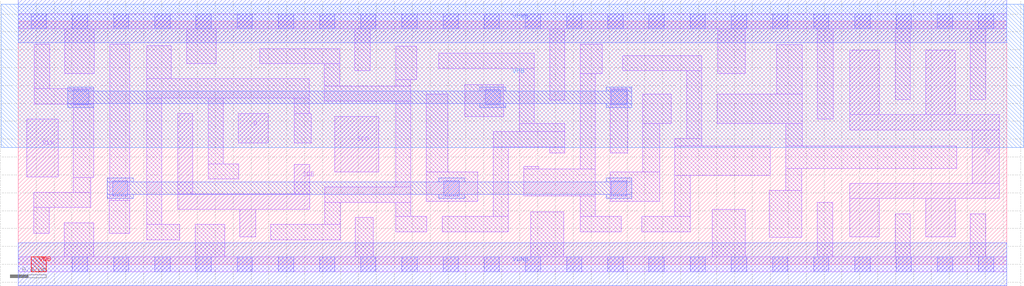
<source format=lef>
# Copyright 2020 The SkyWater PDK Authors
#
# Licensed under the Apache License, Version 2.0 (the "License");
# you may not use this file except in compliance with the License.
# You may obtain a copy of the License at
#
#     https://www.apache.org/licenses/LICENSE-2.0
#
# Unless required by applicable law or agreed to in writing, software
# distributed under the License is distributed on an "AS IS" BASIS,
# WITHOUT WARRANTIES OR CONDITIONS OF ANY KIND, either express or implied.
# See the License for the specific language governing permissions and
# limitations under the License.
#
# SPDX-License-Identifier: Apache-2.0

VERSION 5.7 ;
  NOWIREEXTENSIONATPIN ON ;
  DIVIDERCHAR "/" ;
  BUSBITCHARS "[]" ;
MACRO sky130_fd_sc_hd__sdfxtp_4
  CLASS CORE ;
  FOREIGN sky130_fd_sc_hd__sdfxtp_4 ;
  ORIGIN  0.000000  0.000000 ;
  SIZE  11.04000 BY  2.720000 ;
  SYMMETRY X Y R90 ;
  SITE unithd ;
  PIN D
    ANTENNAGATEAREA  0.159000 ;
    DIRECTION INPUT ;
    USE SIGNAL ;
    PORT
      LAYER li1 ;
        RECT 2.460000 1.355000 2.795000 1.685000 ;
    END
  END D
  PIN Q
    ANTENNADIFFAREA  0.891000 ;
    DIRECTION OUTPUT ;
    USE SIGNAL ;
    PORT
      LAYER li1 ;
        RECT  9.285000 0.305000  9.615000 0.735000 ;
        RECT  9.285000 0.735000 10.955000 0.905000 ;
        RECT  9.285000 1.505000 10.955000 1.675000 ;
        RECT  9.285000 1.675000  9.615000 2.395000 ;
        RECT 10.135000 0.305000 10.465000 0.735000 ;
        RECT 10.135000 1.675000 10.465000 2.395000 ;
        RECT 10.655000 0.905000 10.955000 1.505000 ;
    END
  END Q
  PIN SCD
    ANTENNAGATEAREA  0.159000 ;
    DIRECTION INPUT ;
    USE SIGNAL ;
    PORT
      LAYER li1 ;
        RECT 3.535000 1.035000 4.025000 1.655000 ;
    END
  END SCD
  PIN SCE
    ANTENNAGATEAREA  0.318000 ;
    DIRECTION INPUT ;
    USE SIGNAL ;
    PORT
      LAYER li1 ;
        RECT 1.780000 0.615000 3.255000 0.785000 ;
        RECT 1.780000 0.785000 1.950000 1.685000 ;
        RECT 2.475000 0.305000 2.650000 0.615000 ;
        RECT 3.085000 0.785000 3.255000 1.115000 ;
    END
  END SCE
  PIN VNB
    PORT
      LAYER pwell ;
        RECT 0.145000 -0.085000 0.315000 0.085000 ;
    END
  END VNB
  PIN VPB
    PORT
      LAYER nwell ;
        RECT -0.190000 1.305000 11.230000 2.910000 ;
    END
  END VPB
  PIN CLK
    ANTENNAGATEAREA  0.159000 ;
    DIRECTION INPUT ;
    USE CLOCK ;
    PORT
      LAYER li1 ;
        RECT 0.095000 0.975000 0.445000 1.625000 ;
    END
  END CLK
  PIN VGND
    DIRECTION INOUT ;
    SHAPE ABUTMENT ;
    USE GROUND ;
    PORT
      LAYER met1 ;
        RECT 0.000000 -0.240000 11.040000 0.240000 ;
    END
  END VGND
  PIN VPWR
    DIRECTION INOUT ;
    SHAPE ABUTMENT ;
    USE POWER ;
    PORT
      LAYER met1 ;
        RECT 0.000000 2.480000 11.040000 2.960000 ;
    END
  END VPWR
  OBS
    LAYER li1 ;
      RECT  0.000000 -0.085000 11.040000 0.085000 ;
      RECT  0.000000  2.635000 11.040000 2.805000 ;
      RECT  0.175000  0.345000  0.345000 0.635000 ;
      RECT  0.175000  0.635000  0.810000 0.805000 ;
      RECT  0.180000  1.795000  0.845000 1.965000 ;
      RECT  0.180000  1.965000  0.350000 2.465000 ;
      RECT  0.515000  0.085000  0.845000 0.465000 ;
      RECT  0.520000  2.135000  0.850000 2.635000 ;
      RECT  0.615000  0.805000  0.810000 0.970000 ;
      RECT  0.615000  0.970000  0.845000 1.795000 ;
      RECT  1.015000  0.345000  1.245000 0.715000 ;
      RECT  1.020000  0.715000  1.245000 2.465000 ;
      RECT  1.435000  0.275000  1.805000 0.445000 ;
      RECT  1.435000  0.445000  1.605000 1.860000 ;
      RECT  1.435000  1.860000  3.250000 2.075000 ;
      RECT  1.435000  2.075000  1.710000 2.445000 ;
      RECT  1.880000  2.245000  2.210000 2.635000 ;
      RECT  1.975000  0.085000  2.305000 0.445000 ;
      RECT  2.120000  0.955000  2.465000 1.125000 ;
      RECT  2.120000  1.125000  2.290000 1.860000 ;
      RECT  2.695000  2.245000  3.590000 2.415000 ;
      RECT  2.820000  0.275000  3.595000 0.445000 ;
      RECT  3.080000  1.355000  3.275000 1.685000 ;
      RECT  3.080000  1.685000  3.250000 1.860000 ;
      RECT  3.420000  1.825000  4.385000 1.995000 ;
      RECT  3.420000  1.995000  3.590000 2.245000 ;
      RECT  3.425000  0.445000  3.595000 0.695000 ;
      RECT  3.425000  0.695000  4.385000 0.865000 ;
      RECT  3.760000  2.165000  3.930000 2.635000 ;
      RECT  3.765000  0.085000  3.965000 0.525000 ;
      RECT  4.215000  0.365000  4.565000 0.535000 ;
      RECT  4.215000  0.535000  4.385000 0.695000 ;
      RECT  4.215000  0.865000  4.385000 1.825000 ;
      RECT  4.215000  1.995000  4.385000 2.065000 ;
      RECT  4.215000  2.065000  4.450000 2.440000 ;
      RECT  4.555000  0.705000  5.135000 1.035000 ;
      RECT  4.555000  1.035000  4.795000 1.905000 ;
      RECT  4.695000  2.190000  5.765000 2.360000 ;
      RECT  4.735000  0.365000  5.475000 0.535000 ;
      RECT  4.985000  1.655000  5.425000 2.010000 ;
      RECT  5.305000  0.535000  5.475000 1.315000 ;
      RECT  5.305000  1.315000  6.105000 1.485000 ;
      RECT  5.595000  1.485000  6.105000 1.575000 ;
      RECT  5.595000  1.575000  5.765000 2.190000 ;
      RECT  5.645000  0.765000  6.445000 1.065000 ;
      RECT  5.645000  1.065000  5.815000 1.095000 ;
      RECT  5.725000  0.085000  6.095000 0.585000 ;
      RECT  5.935000  1.245000  6.105000 1.315000 ;
      RECT  5.935000  1.835000  6.105000 2.635000 ;
      RECT  6.275000  0.365000  6.735000 0.535000 ;
      RECT  6.275000  0.535000  6.445000 0.765000 ;
      RECT  6.275000  1.065000  6.445000 2.135000 ;
      RECT  6.275000  2.135000  6.525000 2.465000 ;
      RECT  6.615000  0.705000  7.165000 1.035000 ;
      RECT  6.615000  1.245000  6.805000 1.965000 ;
      RECT  6.750000  2.165000  7.635000 2.335000 ;
      RECT  6.965000  0.365000  7.505000 0.535000 ;
      RECT  6.975000  1.035000  7.165000 1.575000 ;
      RECT  6.975000  1.575000  7.295000 1.905000 ;
      RECT  7.335000  0.535000  7.505000 0.995000 ;
      RECT  7.335000  0.995000  8.400000 1.325000 ;
      RECT  7.335000  1.325000  7.635000 1.405000 ;
      RECT  7.465000  1.405000  7.635000 2.165000 ;
      RECT  7.750000  0.085000  8.120000 0.615000 ;
      RECT  7.805000  1.575000  8.755000 1.905000 ;
      RECT  7.815000  2.135000  8.120000 2.635000 ;
      RECT  8.390000  0.300000  8.750000 0.825000 ;
      RECT  8.470000  1.905000  8.755000 2.455000 ;
      RECT  8.570000  0.825000  8.750000 1.075000 ;
      RECT  8.570000  1.075000 10.485000 1.325000 ;
      RECT  8.570000  1.325000  8.755000 1.575000 ;
      RECT  8.925000  0.085000  9.095000 0.695000 ;
      RECT  8.925000  1.625000  9.105000 2.635000 ;
      RECT  9.795000  0.085000  9.965000 0.565000 ;
      RECT  9.795000  1.845000  9.965000 2.635000 ;
      RECT 10.635000  0.085000 10.805000 0.565000 ;
      RECT 10.635000  1.845000 10.805000 2.635000 ;
    LAYER mcon ;
      RECT  0.145000 -0.085000  0.315000 0.085000 ;
      RECT  0.145000  2.635000  0.315000 2.805000 ;
      RECT  0.605000 -0.085000  0.775000 0.085000 ;
      RECT  0.605000  2.635000  0.775000 2.805000 ;
      RECT  0.615000  1.785000  0.785000 1.955000 ;
      RECT  1.055000  0.765000  1.225000 0.935000 ;
      RECT  1.065000 -0.085000  1.235000 0.085000 ;
      RECT  1.065000  2.635000  1.235000 2.805000 ;
      RECT  1.525000 -0.085000  1.695000 0.085000 ;
      RECT  1.525000  2.635000  1.695000 2.805000 ;
      RECT  1.985000 -0.085000  2.155000 0.085000 ;
      RECT  1.985000  2.635000  2.155000 2.805000 ;
      RECT  2.445000 -0.085000  2.615000 0.085000 ;
      RECT  2.445000  2.635000  2.615000 2.805000 ;
      RECT  2.905000 -0.085000  3.075000 0.085000 ;
      RECT  2.905000  2.635000  3.075000 2.805000 ;
      RECT  3.365000 -0.085000  3.535000 0.085000 ;
      RECT  3.365000  2.635000  3.535000 2.805000 ;
      RECT  3.825000 -0.085000  3.995000 0.085000 ;
      RECT  3.825000  2.635000  3.995000 2.805000 ;
      RECT  4.285000 -0.085000  4.455000 0.085000 ;
      RECT  4.285000  2.635000  4.455000 2.805000 ;
      RECT  4.745000 -0.085000  4.915000 0.085000 ;
      RECT  4.745000  2.635000  4.915000 2.805000 ;
      RECT  4.755000  0.765000  4.925000 0.935000 ;
      RECT  5.205000 -0.085000  5.375000 0.085000 ;
      RECT  5.205000  2.635000  5.375000 2.805000 ;
      RECT  5.215000  1.785000  5.385000 1.955000 ;
      RECT  5.665000 -0.085000  5.835000 0.085000 ;
      RECT  5.665000  2.635000  5.835000 2.805000 ;
      RECT  6.125000 -0.085000  6.295000 0.085000 ;
      RECT  6.125000  2.635000  6.295000 2.805000 ;
      RECT  6.585000 -0.085000  6.755000 0.085000 ;
      RECT  6.585000  2.635000  6.755000 2.805000 ;
      RECT  6.625000  0.765000  6.795000 0.935000 ;
      RECT  6.625000  1.785000  6.795000 1.955000 ;
      RECT  7.045000 -0.085000  7.215000 0.085000 ;
      RECT  7.045000  2.635000  7.215000 2.805000 ;
      RECT  7.505000 -0.085000  7.675000 0.085000 ;
      RECT  7.505000  2.635000  7.675000 2.805000 ;
      RECT  7.965000 -0.085000  8.135000 0.085000 ;
      RECT  7.965000  2.635000  8.135000 2.805000 ;
      RECT  8.425000 -0.085000  8.595000 0.085000 ;
      RECT  8.425000  2.635000  8.595000 2.805000 ;
      RECT  8.885000 -0.085000  9.055000 0.085000 ;
      RECT  8.885000  2.635000  9.055000 2.805000 ;
      RECT  9.345000 -0.085000  9.515000 0.085000 ;
      RECT  9.345000  2.635000  9.515000 2.805000 ;
      RECT  9.805000 -0.085000  9.975000 0.085000 ;
      RECT  9.805000  2.635000  9.975000 2.805000 ;
      RECT 10.265000 -0.085000 10.435000 0.085000 ;
      RECT 10.265000  2.635000 10.435000 2.805000 ;
      RECT 10.725000 -0.085000 10.895000 0.085000 ;
      RECT 10.725000  2.635000 10.895000 2.805000 ;
    LAYER met1 ;
      RECT 0.555000 1.755000 0.845000 1.800000 ;
      RECT 0.555000 1.800000 6.855000 1.940000 ;
      RECT 0.555000 1.940000 0.845000 1.985000 ;
      RECT 0.995000 0.735000 1.285000 0.780000 ;
      RECT 0.995000 0.780000 6.855000 0.920000 ;
      RECT 0.995000 0.920000 1.285000 0.965000 ;
      RECT 4.695000 0.735000 4.985000 0.780000 ;
      RECT 4.695000 0.920000 4.985000 0.965000 ;
      RECT 5.155000 1.755000 5.445000 1.800000 ;
      RECT 5.155000 1.940000 5.445000 1.985000 ;
      RECT 6.565000 0.735000 6.855000 0.780000 ;
      RECT 6.565000 0.920000 6.855000 0.965000 ;
      RECT 6.565000 1.755000 6.855000 1.800000 ;
      RECT 6.565000 1.940000 6.855000 1.985000 ;
  END
END sky130_fd_sc_hd__sdfxtp_4
END LIBRARY

</source>
